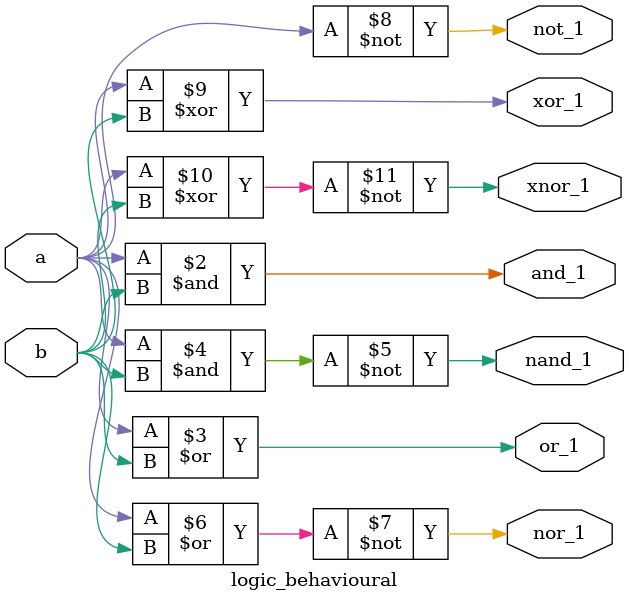
<source format=v>
`timescale 1ns / 1ps



module logic_behavioural(a,b,and_1,or_1,nand_1,nor_1,not_1,xor_1,xnor_1);
input a,b;
output reg and_1,or_1,nand_1,nor_1,not_1,xor_1,xnor_1;
always@(*)
begin
and_1 = a&b;
or_1 = a|b;
nand_1 = ~(a&b);
nor_1 = ~(a|b);
not_1 = ~a;
xor_1 = a^b;
xnor_1 = ~(a^b);
end
endmodule

</source>
